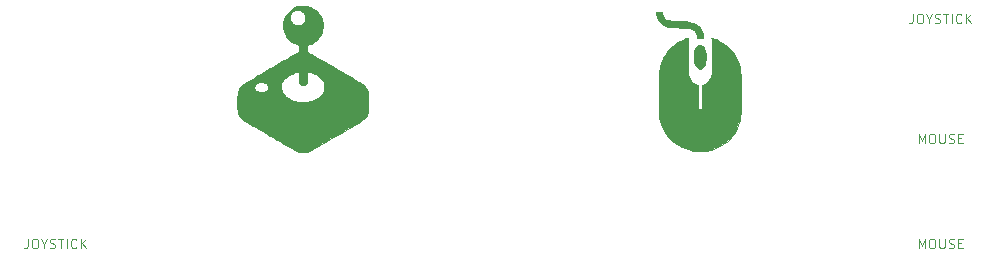
<source format=gto>
%TF.GenerationSoftware,KiCad,Pcbnew,(5.1.8)-1*%
%TF.CreationDate,2021-03-14T22:30:27+01:00*%
%TF.ProjectId,Amiga Mouse Switch Faceplate B1,416d6967-6120-44d6-9f75-736520537769,rev?*%
%TF.SameCoordinates,Original*%
%TF.FileFunction,Legend,Top*%
%TF.FilePolarity,Positive*%
%FSLAX46Y46*%
G04 Gerber Fmt 4.6, Leading zero omitted, Abs format (unit mm)*
G04 Created by KiCad (PCBNEW (5.1.8)-1) date 2021-03-14 22:30:27*
%MOMM*%
%LPD*%
G01*
G04 APERTURE LIST*
%ADD10C,0.100000*%
%ADD11C,0.010000*%
G04 APERTURE END LIST*
D10*
X174841190Y-85921904D02*
X174841190Y-86493333D01*
X174803095Y-86607619D01*
X174726904Y-86683809D01*
X174612619Y-86721904D01*
X174536428Y-86721904D01*
X175374523Y-85921904D02*
X175526904Y-85921904D01*
X175603095Y-85960000D01*
X175679285Y-86036190D01*
X175717380Y-86188571D01*
X175717380Y-86455238D01*
X175679285Y-86607619D01*
X175603095Y-86683809D01*
X175526904Y-86721904D01*
X175374523Y-86721904D01*
X175298333Y-86683809D01*
X175222142Y-86607619D01*
X175184047Y-86455238D01*
X175184047Y-86188571D01*
X175222142Y-86036190D01*
X175298333Y-85960000D01*
X175374523Y-85921904D01*
X176212619Y-86340952D02*
X176212619Y-86721904D01*
X175945952Y-85921904D02*
X176212619Y-86340952D01*
X176479285Y-85921904D01*
X176707857Y-86683809D02*
X176822142Y-86721904D01*
X177012619Y-86721904D01*
X177088809Y-86683809D01*
X177126904Y-86645714D01*
X177165000Y-86569523D01*
X177165000Y-86493333D01*
X177126904Y-86417142D01*
X177088809Y-86379047D01*
X177012619Y-86340952D01*
X176860238Y-86302857D01*
X176784047Y-86264761D01*
X176745952Y-86226666D01*
X176707857Y-86150476D01*
X176707857Y-86074285D01*
X176745952Y-85998095D01*
X176784047Y-85960000D01*
X176860238Y-85921904D01*
X177050714Y-85921904D01*
X177165000Y-85960000D01*
X177393571Y-85921904D02*
X177850714Y-85921904D01*
X177622142Y-86721904D02*
X177622142Y-85921904D01*
X178117380Y-86721904D02*
X178117380Y-85921904D01*
X178955476Y-86645714D02*
X178917380Y-86683809D01*
X178803095Y-86721904D01*
X178726904Y-86721904D01*
X178612619Y-86683809D01*
X178536428Y-86607619D01*
X178498333Y-86531428D01*
X178460238Y-86379047D01*
X178460238Y-86264761D01*
X178498333Y-86112380D01*
X178536428Y-86036190D01*
X178612619Y-85960000D01*
X178726904Y-85921904D01*
X178803095Y-85921904D01*
X178917380Y-85960000D01*
X178955476Y-85998095D01*
X179298333Y-86721904D02*
X179298333Y-85921904D01*
X179755476Y-86721904D02*
X179412619Y-86264761D01*
X179755476Y-85921904D02*
X179298333Y-86379047D01*
X175317380Y-96881904D02*
X175317380Y-96081904D01*
X175584047Y-96653333D01*
X175850714Y-96081904D01*
X175850714Y-96881904D01*
X176384047Y-96081904D02*
X176536428Y-96081904D01*
X176612619Y-96120000D01*
X176688809Y-96196190D01*
X176726904Y-96348571D01*
X176726904Y-96615238D01*
X176688809Y-96767619D01*
X176612619Y-96843809D01*
X176536428Y-96881904D01*
X176384047Y-96881904D01*
X176307857Y-96843809D01*
X176231666Y-96767619D01*
X176193571Y-96615238D01*
X176193571Y-96348571D01*
X176231666Y-96196190D01*
X176307857Y-96120000D01*
X176384047Y-96081904D01*
X177069761Y-96081904D02*
X177069761Y-96729523D01*
X177107857Y-96805714D01*
X177145952Y-96843809D01*
X177222142Y-96881904D01*
X177374523Y-96881904D01*
X177450714Y-96843809D01*
X177488809Y-96805714D01*
X177526904Y-96729523D01*
X177526904Y-96081904D01*
X177869761Y-96843809D02*
X177984047Y-96881904D01*
X178174523Y-96881904D01*
X178250714Y-96843809D01*
X178288809Y-96805714D01*
X178326904Y-96729523D01*
X178326904Y-96653333D01*
X178288809Y-96577142D01*
X178250714Y-96539047D01*
X178174523Y-96500952D01*
X178022142Y-96462857D01*
X177945952Y-96424761D01*
X177907857Y-96386666D01*
X177869761Y-96310476D01*
X177869761Y-96234285D01*
X177907857Y-96158095D01*
X177945952Y-96120000D01*
X178022142Y-96081904D01*
X178212619Y-96081904D01*
X178326904Y-96120000D01*
X178669761Y-96462857D02*
X178936428Y-96462857D01*
X179050714Y-96881904D02*
X178669761Y-96881904D01*
X178669761Y-96081904D01*
X179050714Y-96081904D01*
X175317380Y-105771904D02*
X175317380Y-104971904D01*
X175584047Y-105543333D01*
X175850714Y-104971904D01*
X175850714Y-105771904D01*
X176384047Y-104971904D02*
X176536428Y-104971904D01*
X176612619Y-105010000D01*
X176688809Y-105086190D01*
X176726904Y-105238571D01*
X176726904Y-105505238D01*
X176688809Y-105657619D01*
X176612619Y-105733809D01*
X176536428Y-105771904D01*
X176384047Y-105771904D01*
X176307857Y-105733809D01*
X176231666Y-105657619D01*
X176193571Y-105505238D01*
X176193571Y-105238571D01*
X176231666Y-105086190D01*
X176307857Y-105010000D01*
X176384047Y-104971904D01*
X177069761Y-104971904D02*
X177069761Y-105619523D01*
X177107857Y-105695714D01*
X177145952Y-105733809D01*
X177222142Y-105771904D01*
X177374523Y-105771904D01*
X177450714Y-105733809D01*
X177488809Y-105695714D01*
X177526904Y-105619523D01*
X177526904Y-104971904D01*
X177869761Y-105733809D02*
X177984047Y-105771904D01*
X178174523Y-105771904D01*
X178250714Y-105733809D01*
X178288809Y-105695714D01*
X178326904Y-105619523D01*
X178326904Y-105543333D01*
X178288809Y-105467142D01*
X178250714Y-105429047D01*
X178174523Y-105390952D01*
X178022142Y-105352857D01*
X177945952Y-105314761D01*
X177907857Y-105276666D01*
X177869761Y-105200476D01*
X177869761Y-105124285D01*
X177907857Y-105048095D01*
X177945952Y-105010000D01*
X178022142Y-104971904D01*
X178212619Y-104971904D01*
X178326904Y-105010000D01*
X178669761Y-105352857D02*
X178936428Y-105352857D01*
X179050714Y-105771904D02*
X178669761Y-105771904D01*
X178669761Y-104971904D01*
X179050714Y-104971904D01*
X99911190Y-104971904D02*
X99911190Y-105543333D01*
X99873095Y-105657619D01*
X99796904Y-105733809D01*
X99682619Y-105771904D01*
X99606428Y-105771904D01*
X100444523Y-104971904D02*
X100596904Y-104971904D01*
X100673095Y-105010000D01*
X100749285Y-105086190D01*
X100787380Y-105238571D01*
X100787380Y-105505238D01*
X100749285Y-105657619D01*
X100673095Y-105733809D01*
X100596904Y-105771904D01*
X100444523Y-105771904D01*
X100368333Y-105733809D01*
X100292142Y-105657619D01*
X100254047Y-105505238D01*
X100254047Y-105238571D01*
X100292142Y-105086190D01*
X100368333Y-105010000D01*
X100444523Y-104971904D01*
X101282619Y-105390952D02*
X101282619Y-105771904D01*
X101015952Y-104971904D02*
X101282619Y-105390952D01*
X101549285Y-104971904D01*
X101777857Y-105733809D02*
X101892142Y-105771904D01*
X102082619Y-105771904D01*
X102158809Y-105733809D01*
X102196904Y-105695714D01*
X102235000Y-105619523D01*
X102235000Y-105543333D01*
X102196904Y-105467142D01*
X102158809Y-105429047D01*
X102082619Y-105390952D01*
X101930238Y-105352857D01*
X101854047Y-105314761D01*
X101815952Y-105276666D01*
X101777857Y-105200476D01*
X101777857Y-105124285D01*
X101815952Y-105048095D01*
X101854047Y-105010000D01*
X101930238Y-104971904D01*
X102120714Y-104971904D01*
X102235000Y-105010000D01*
X102463571Y-104971904D02*
X102920714Y-104971904D01*
X102692142Y-105771904D02*
X102692142Y-104971904D01*
X103187380Y-105771904D02*
X103187380Y-104971904D01*
X104025476Y-105695714D02*
X103987380Y-105733809D01*
X103873095Y-105771904D01*
X103796904Y-105771904D01*
X103682619Y-105733809D01*
X103606428Y-105657619D01*
X103568333Y-105581428D01*
X103530238Y-105429047D01*
X103530238Y-105314761D01*
X103568333Y-105162380D01*
X103606428Y-105086190D01*
X103682619Y-105010000D01*
X103796904Y-104971904D01*
X103873095Y-104971904D01*
X103987380Y-105010000D01*
X104025476Y-105048095D01*
X104368333Y-105771904D02*
X104368333Y-104971904D01*
X104825476Y-105771904D02*
X104482619Y-105314761D01*
X104825476Y-104971904D02*
X104368333Y-105429047D01*
D11*
%TO.C,G\u002A\u002A\u002A*%
G36*
X155777596Y-88010856D02*
G01*
X155787281Y-88137169D01*
X155793948Y-88347067D01*
X155797585Y-88640035D01*
X155798182Y-89015560D01*
X155795729Y-89473127D01*
X155795682Y-89478940D01*
X155792809Y-89884688D01*
X155791587Y-90215018D01*
X155792339Y-90479164D01*
X155795385Y-90686366D01*
X155801045Y-90845859D01*
X155809642Y-90966880D01*
X155821496Y-91058667D01*
X155836927Y-91130456D01*
X155855078Y-91188227D01*
X155991767Y-91467692D01*
X156178437Y-91698402D01*
X156401178Y-91863668D01*
X156612167Y-91977384D01*
X156623579Y-92922436D01*
X156629954Y-93273177D01*
X156639636Y-93552510D01*
X156652422Y-93756911D01*
X156668107Y-93882856D01*
X156681679Y-93923744D01*
X156773267Y-93978640D01*
X156877008Y-93968860D01*
X156958664Y-93900556D01*
X156973048Y-93871410D01*
X156985384Y-93797599D01*
X156996250Y-93653456D01*
X157005060Y-93453309D01*
X157011227Y-93211489D01*
X157014168Y-92942325D01*
X157014333Y-92861129D01*
X157014333Y-91959437D01*
X157215417Y-91856383D01*
X157410867Y-91713936D01*
X157584381Y-91506282D01*
X157722575Y-91252448D01*
X157799393Y-91026204D01*
X157818834Y-90935960D01*
X157833856Y-90830779D01*
X157844802Y-90700247D01*
X157852019Y-90533948D01*
X157855852Y-90321468D01*
X157856646Y-90052392D01*
X157854747Y-89716305D01*
X157852034Y-89438704D01*
X157847296Y-89109213D01*
X157840723Y-88804534D01*
X157832723Y-88535653D01*
X157823704Y-88313556D01*
X157814076Y-88149228D01*
X157804245Y-88053654D01*
X157799880Y-88036037D01*
X157783178Y-87983798D01*
X157813904Y-87969043D01*
X157906811Y-87982402D01*
X158005997Y-88012866D01*
X158156263Y-88072967D01*
X158333834Y-88152781D01*
X158449489Y-88208951D01*
X158864648Y-88462051D01*
X159245356Y-88782985D01*
X159579721Y-89158102D01*
X159855854Y-89573751D01*
X160061865Y-90016282D01*
X160087936Y-90089885D01*
X160131616Y-90226311D01*
X160168143Y-90361106D01*
X160198051Y-90502903D01*
X160221876Y-90660335D01*
X160240149Y-90842032D01*
X160253406Y-91056629D01*
X160262181Y-91312757D01*
X160267008Y-91619048D01*
X160268420Y-91984135D01*
X160266952Y-92416651D01*
X160263163Y-92922316D01*
X160259103Y-93371910D01*
X160255201Y-93745373D01*
X160251014Y-94051239D01*
X160246095Y-94298040D01*
X160240001Y-94494310D01*
X160232285Y-94648584D01*
X160222504Y-94769393D01*
X160210212Y-94865273D01*
X160194964Y-94944756D01*
X160176315Y-95016375D01*
X160153820Y-95088665D01*
X160149517Y-95101833D01*
X159940441Y-95614739D01*
X159662909Y-96082024D01*
X159521782Y-96270840D01*
X159178277Y-96644590D01*
X158794414Y-96949888D01*
X158360386Y-97193396D01*
X157903333Y-97370178D01*
X157711997Y-97427362D01*
X157544654Y-97466143D01*
X157373031Y-97490772D01*
X157168854Y-97505499D01*
X156950833Y-97513343D01*
X156728893Y-97517594D01*
X156524586Y-97518256D01*
X156359773Y-97515470D01*
X156256319Y-97509374D01*
X156252333Y-97508879D01*
X156059352Y-97470556D01*
X155819894Y-97404109D01*
X155563219Y-97319258D01*
X155318590Y-97225720D01*
X155115267Y-97133215D01*
X155104428Y-97127600D01*
X154677150Y-96857336D01*
X154297988Y-96522172D01*
X153972918Y-96130642D01*
X153707917Y-95691283D01*
X153508963Y-95212629D01*
X153382033Y-94703216D01*
X153374531Y-94657333D01*
X153360701Y-94528125D01*
X153350036Y-94335116D01*
X153342481Y-94074663D01*
X153337980Y-93743123D01*
X153336478Y-93336853D01*
X153337918Y-92852209D01*
X153340717Y-92456000D01*
X153344841Y-91980531D01*
X153349272Y-91580587D01*
X153355186Y-91247029D01*
X153363760Y-90970719D01*
X153376171Y-90742518D01*
X153393594Y-90553290D01*
X153417205Y-90393895D01*
X153448183Y-90255196D01*
X153487702Y-90128055D01*
X153536939Y-90003333D01*
X153597070Y-89871893D01*
X153669273Y-89724596D01*
X153700401Y-89662000D01*
X153927672Y-89287246D01*
X154221813Y-88930115D01*
X154565931Y-88605763D01*
X154943134Y-88329348D01*
X155336528Y-88116027D01*
X155495180Y-88051561D01*
X155626565Y-88006119D01*
X155727180Y-87976000D01*
X155764902Y-87968643D01*
X155777596Y-88010856D01*
G37*
X155777596Y-88010856D02*
X155787281Y-88137169D01*
X155793948Y-88347067D01*
X155797585Y-88640035D01*
X155798182Y-89015560D01*
X155795729Y-89473127D01*
X155795682Y-89478940D01*
X155792809Y-89884688D01*
X155791587Y-90215018D01*
X155792339Y-90479164D01*
X155795385Y-90686366D01*
X155801045Y-90845859D01*
X155809642Y-90966880D01*
X155821496Y-91058667D01*
X155836927Y-91130456D01*
X155855078Y-91188227D01*
X155991767Y-91467692D01*
X156178437Y-91698402D01*
X156401178Y-91863668D01*
X156612167Y-91977384D01*
X156623579Y-92922436D01*
X156629954Y-93273177D01*
X156639636Y-93552510D01*
X156652422Y-93756911D01*
X156668107Y-93882856D01*
X156681679Y-93923744D01*
X156773267Y-93978640D01*
X156877008Y-93968860D01*
X156958664Y-93900556D01*
X156973048Y-93871410D01*
X156985384Y-93797599D01*
X156996250Y-93653456D01*
X157005060Y-93453309D01*
X157011227Y-93211489D01*
X157014168Y-92942325D01*
X157014333Y-92861129D01*
X157014333Y-91959437D01*
X157215417Y-91856383D01*
X157410867Y-91713936D01*
X157584381Y-91506282D01*
X157722575Y-91252448D01*
X157799393Y-91026204D01*
X157818834Y-90935960D01*
X157833856Y-90830779D01*
X157844802Y-90700247D01*
X157852019Y-90533948D01*
X157855852Y-90321468D01*
X157856646Y-90052392D01*
X157854747Y-89716305D01*
X157852034Y-89438704D01*
X157847296Y-89109213D01*
X157840723Y-88804534D01*
X157832723Y-88535653D01*
X157823704Y-88313556D01*
X157814076Y-88149228D01*
X157804245Y-88053654D01*
X157799880Y-88036037D01*
X157783178Y-87983798D01*
X157813904Y-87969043D01*
X157906811Y-87982402D01*
X158005997Y-88012866D01*
X158156263Y-88072967D01*
X158333834Y-88152781D01*
X158449489Y-88208951D01*
X158864648Y-88462051D01*
X159245356Y-88782985D01*
X159579721Y-89158102D01*
X159855854Y-89573751D01*
X160061865Y-90016282D01*
X160087936Y-90089885D01*
X160131616Y-90226311D01*
X160168143Y-90361106D01*
X160198051Y-90502903D01*
X160221876Y-90660335D01*
X160240149Y-90842032D01*
X160253406Y-91056629D01*
X160262181Y-91312757D01*
X160267008Y-91619048D01*
X160268420Y-91984135D01*
X160266952Y-92416651D01*
X160263163Y-92922316D01*
X160259103Y-93371910D01*
X160255201Y-93745373D01*
X160251014Y-94051239D01*
X160246095Y-94298040D01*
X160240001Y-94494310D01*
X160232285Y-94648584D01*
X160222504Y-94769393D01*
X160210212Y-94865273D01*
X160194964Y-94944756D01*
X160176315Y-95016375D01*
X160153820Y-95088665D01*
X160149517Y-95101833D01*
X159940441Y-95614739D01*
X159662909Y-96082024D01*
X159521782Y-96270840D01*
X159178277Y-96644590D01*
X158794414Y-96949888D01*
X158360386Y-97193396D01*
X157903333Y-97370178D01*
X157711997Y-97427362D01*
X157544654Y-97466143D01*
X157373031Y-97490772D01*
X157168854Y-97505499D01*
X156950833Y-97513343D01*
X156728893Y-97517594D01*
X156524586Y-97518256D01*
X156359773Y-97515470D01*
X156256319Y-97509374D01*
X156252333Y-97508879D01*
X156059352Y-97470556D01*
X155819894Y-97404109D01*
X155563219Y-97319258D01*
X155318590Y-97225720D01*
X155115267Y-97133215D01*
X155104428Y-97127600D01*
X154677150Y-96857336D01*
X154297988Y-96522172D01*
X153972918Y-96130642D01*
X153707917Y-95691283D01*
X153508963Y-95212629D01*
X153382033Y-94703216D01*
X153374531Y-94657333D01*
X153360701Y-94528125D01*
X153350036Y-94335116D01*
X153342481Y-94074663D01*
X153337980Y-93743123D01*
X153336478Y-93336853D01*
X153337918Y-92852209D01*
X153340717Y-92456000D01*
X153344841Y-91980531D01*
X153349272Y-91580587D01*
X153355186Y-91247029D01*
X153363760Y-90970719D01*
X153376171Y-90742518D01*
X153393594Y-90553290D01*
X153417205Y-90393895D01*
X153448183Y-90255196D01*
X153487702Y-90128055D01*
X153536939Y-90003333D01*
X153597070Y-89871893D01*
X153669273Y-89724596D01*
X153700401Y-89662000D01*
X153927672Y-89287246D01*
X154221813Y-88930115D01*
X154565931Y-88605763D01*
X154943134Y-88329348D01*
X155336528Y-88116027D01*
X155495180Y-88051561D01*
X155626565Y-88006119D01*
X155727180Y-87976000D01*
X155764902Y-87968643D01*
X155777596Y-88010856D01*
G36*
X156869207Y-88522360D02*
G01*
X157009874Y-88601648D01*
X157061021Y-88650661D01*
X157188553Y-88841359D01*
X157269185Y-89092420D01*
X157303990Y-89408324D01*
X157302262Y-89657218D01*
X157273735Y-89957832D01*
X157214502Y-90191025D01*
X157119672Y-90370013D01*
X156988639Y-90504665D01*
X156862057Y-90577944D01*
X156746784Y-90578617D01*
X156624468Y-90504413D01*
X156569002Y-90452802D01*
X156424897Y-90249107D01*
X156335320Y-89980966D01*
X156300383Y-89648794D01*
X156303658Y-89454493D01*
X156337468Y-89160510D01*
X156402736Y-88914251D01*
X156494005Y-88721511D01*
X156605812Y-88588086D01*
X156732700Y-88519771D01*
X156869207Y-88522360D01*
G37*
X156869207Y-88522360D02*
X157009874Y-88601648D01*
X157061021Y-88650661D01*
X157188553Y-88841359D01*
X157269185Y-89092420D01*
X157303990Y-89408324D01*
X157302262Y-89657218D01*
X157273735Y-89957832D01*
X157214502Y-90191025D01*
X157119672Y-90370013D01*
X156988639Y-90504665D01*
X156862057Y-90577944D01*
X156746784Y-90578617D01*
X156624468Y-90504413D01*
X156569002Y-90452802D01*
X156424897Y-90249107D01*
X156335320Y-89980966D01*
X156300383Y-89648794D01*
X156303658Y-89454493D01*
X156337468Y-89160510D01*
X156402736Y-88914251D01*
X156494005Y-88721511D01*
X156605812Y-88588086D01*
X156732700Y-88519771D01*
X156869207Y-88522360D01*
G36*
X153622538Y-85951454D02*
G01*
X153688239Y-86144358D01*
X153794025Y-86293248D01*
X153948124Y-86402212D01*
X154158761Y-86475336D01*
X154434164Y-86516706D01*
X154782559Y-86530410D01*
X154787978Y-86530425D01*
X155197357Y-86539654D01*
X155571516Y-86564403D01*
X155897272Y-86603219D01*
X156161439Y-86654647D01*
X156303398Y-86697649D01*
X156574684Y-86841382D01*
X156788784Y-87045729D01*
X156941898Y-87305594D01*
X157030228Y-87615876D01*
X157040108Y-87686262D01*
X157068324Y-87926333D01*
X156558280Y-87926333D01*
X156530178Y-87738934D01*
X156457724Y-87503549D01*
X156322890Y-87313356D01*
X156150622Y-87189777D01*
X156079007Y-87160744D01*
X155988549Y-87137819D01*
X155866438Y-87119577D01*
X155699868Y-87104594D01*
X155476029Y-87091447D01*
X155182113Y-87078711D01*
X155135181Y-87076901D01*
X154859700Y-87064392D01*
X154599176Y-87048891D01*
X154370742Y-87031697D01*
X154191533Y-87014112D01*
X154078683Y-86997434D01*
X154073937Y-86996386D01*
X153815486Y-86911171D01*
X153579201Y-86784922D01*
X153390230Y-86632459D01*
X153323597Y-86554155D01*
X153221902Y-86377057D01*
X153138753Y-86165200D01*
X153087398Y-85956775D01*
X153077333Y-85844316D01*
X153081463Y-85777594D01*
X153107328Y-85741972D01*
X153175145Y-85727695D01*
X153305128Y-85725007D01*
X153324597Y-85725000D01*
X153571860Y-85725000D01*
X153622538Y-85951454D01*
G37*
X153622538Y-85951454D02*
X153688239Y-86144358D01*
X153794025Y-86293248D01*
X153948124Y-86402212D01*
X154158761Y-86475336D01*
X154434164Y-86516706D01*
X154782559Y-86530410D01*
X154787978Y-86530425D01*
X155197357Y-86539654D01*
X155571516Y-86564403D01*
X155897272Y-86603219D01*
X156161439Y-86654647D01*
X156303398Y-86697649D01*
X156574684Y-86841382D01*
X156788784Y-87045729D01*
X156941898Y-87305594D01*
X157030228Y-87615876D01*
X157040108Y-87686262D01*
X157068324Y-87926333D01*
X156558280Y-87926333D01*
X156530178Y-87738934D01*
X156457724Y-87503549D01*
X156322890Y-87313356D01*
X156150622Y-87189777D01*
X156079007Y-87160744D01*
X155988549Y-87137819D01*
X155866438Y-87119577D01*
X155699868Y-87104594D01*
X155476029Y-87091447D01*
X155182113Y-87078711D01*
X155135181Y-87076901D01*
X154859700Y-87064392D01*
X154599176Y-87048891D01*
X154370742Y-87031697D01*
X154191533Y-87014112D01*
X154078683Y-86997434D01*
X154073937Y-86996386D01*
X153815486Y-86911171D01*
X153579201Y-86784922D01*
X153390230Y-86632459D01*
X153323597Y-86554155D01*
X153221902Y-86377057D01*
X153138753Y-86165200D01*
X153087398Y-85956775D01*
X153077333Y-85844316D01*
X153081463Y-85777594D01*
X153107328Y-85741972D01*
X153175145Y-85727695D01*
X153305128Y-85725007D01*
X153324597Y-85725000D01*
X153571860Y-85725000D01*
X153622538Y-85951454D01*
G36*
X123279646Y-85224688D02*
G01*
X123382271Y-85230241D01*
X123471109Y-85240202D01*
X123507500Y-85246727D01*
X123713234Y-85301974D01*
X123904687Y-85378129D01*
X124082404Y-85475477D01*
X124246932Y-85594302D01*
X124349991Y-85686006D01*
X124494730Y-85842430D01*
X124617591Y-86011550D01*
X124718237Y-86192765D01*
X124796330Y-86385475D01*
X124848730Y-86575900D01*
X124860800Y-86651871D01*
X124868907Y-86745353D01*
X124873031Y-86849161D01*
X124873155Y-86956108D01*
X124869260Y-87059008D01*
X124861328Y-87150675D01*
X124850371Y-87219273D01*
X124794638Y-87424126D01*
X124718846Y-87613905D01*
X124622185Y-87790111D01*
X124503843Y-87954247D01*
X124378143Y-88092873D01*
X124221997Y-88233015D01*
X124057726Y-88349568D01*
X123883848Y-88443456D01*
X123705043Y-88513607D01*
X123637490Y-88537552D01*
X123593669Y-88557630D01*
X123572308Y-88574451D01*
X123570332Y-88578208D01*
X123567529Y-88597435D01*
X123564453Y-88637966D01*
X123561318Y-88695709D01*
X123558334Y-88766572D01*
X123555715Y-88846466D01*
X123554943Y-88875030D01*
X123547959Y-89148510D01*
X123689654Y-89220409D01*
X123743170Y-89248441D01*
X123815886Y-89287900D01*
X123906475Y-89338012D01*
X124013612Y-89398002D01*
X124135971Y-89467096D01*
X124272228Y-89544520D01*
X124421056Y-89629497D01*
X124581131Y-89721255D01*
X124751126Y-89819019D01*
X124929717Y-89922013D01*
X125115577Y-90029464D01*
X125307382Y-90140597D01*
X125503805Y-90254637D01*
X125703522Y-90370810D01*
X125905207Y-90488342D01*
X126107534Y-90606457D01*
X126309177Y-90724381D01*
X126508813Y-90841340D01*
X126705114Y-90956559D01*
X126896756Y-91069264D01*
X127082412Y-91178680D01*
X127260758Y-91284032D01*
X127430469Y-91384547D01*
X127590217Y-91479448D01*
X127738679Y-91567963D01*
X127874529Y-91649316D01*
X127996440Y-91722733D01*
X128103089Y-91787439D01*
X128193148Y-91842660D01*
X128265293Y-91887621D01*
X128318198Y-91921548D01*
X128350538Y-91943665D01*
X128352550Y-91945167D01*
X128418507Y-92005569D01*
X128486197Y-92088583D01*
X128556203Y-92195021D01*
X128629106Y-92325697D01*
X128638315Y-92343509D01*
X128727200Y-92516769D01*
X128727200Y-93389104D01*
X128727199Y-94261440D01*
X128657816Y-94396945D01*
X128595764Y-94511640D01*
X128533151Y-94615172D01*
X128472507Y-94703689D01*
X128416362Y-94773341D01*
X128397463Y-94793332D01*
X128365516Y-94820349D01*
X128311689Y-94859329D01*
X128235957Y-94910287D01*
X128138297Y-94973238D01*
X128018684Y-95048195D01*
X127877095Y-95135172D01*
X127713506Y-95234184D01*
X127527891Y-95345245D01*
X127320229Y-95468369D01*
X127090493Y-95603571D01*
X126838661Y-95750864D01*
X126564708Y-95910263D01*
X126268610Y-96081782D01*
X125950344Y-96265435D01*
X125609884Y-96461236D01*
X125247208Y-96669200D01*
X124862292Y-96889342D01*
X124631450Y-97021119D01*
X124457448Y-97120371D01*
X124304057Y-97207806D01*
X124169834Y-97284208D01*
X124053336Y-97350360D01*
X123953120Y-97407045D01*
X123867741Y-97455047D01*
X123795756Y-97495148D01*
X123735722Y-97528132D01*
X123686196Y-97554782D01*
X123645734Y-97575880D01*
X123612893Y-97592211D01*
X123586230Y-97604558D01*
X123564300Y-97613703D01*
X123545661Y-97620430D01*
X123528870Y-97625521D01*
X123512482Y-97629761D01*
X123507500Y-97630967D01*
X123452324Y-97640598D01*
X123379014Y-97648332D01*
X123294781Y-97653892D01*
X123206840Y-97657003D01*
X123122404Y-97657388D01*
X123048685Y-97654774D01*
X123001949Y-97650290D01*
X122922245Y-97636253D01*
X122849280Y-97616511D01*
X122775485Y-97588358D01*
X122693294Y-97549087D01*
X122640349Y-97520998D01*
X122569754Y-97482149D01*
X122478954Y-97431498D01*
X122369684Y-97370040D01*
X122243679Y-97298772D01*
X122102674Y-97218688D01*
X121948405Y-97130784D01*
X121782607Y-97036057D01*
X121607014Y-96935501D01*
X121423362Y-96830113D01*
X121233387Y-96720887D01*
X121038823Y-96608820D01*
X120841405Y-96494907D01*
X120642869Y-96380144D01*
X120444950Y-96265526D01*
X120249382Y-96152050D01*
X120057902Y-96040710D01*
X119888000Y-95941696D01*
X119635540Y-95794294D01*
X119404411Y-95659115D01*
X119193911Y-95535742D01*
X119003342Y-95423755D01*
X118832003Y-95322735D01*
X118679194Y-95232263D01*
X118544216Y-95151919D01*
X118426368Y-95081286D01*
X118324952Y-95019943D01*
X118239266Y-94967472D01*
X118168611Y-94923453D01*
X118112288Y-94887467D01*
X118069595Y-94859097D01*
X118039835Y-94837921D01*
X118025460Y-94826404D01*
X117954041Y-94752972D01*
X117883185Y-94660512D01*
X117816750Y-94555182D01*
X117758596Y-94443140D01*
X117712582Y-94330544D01*
X117709984Y-94323001D01*
X117697730Y-94285361D01*
X117687238Y-94248445D01*
X117678400Y-94210080D01*
X117671107Y-94168090D01*
X117665250Y-94120301D01*
X117660720Y-94064538D01*
X117657407Y-93998628D01*
X117655204Y-93920395D01*
X117654001Y-93827666D01*
X117653690Y-93718266D01*
X117654160Y-93590020D01*
X117655305Y-93440754D01*
X117657013Y-93268294D01*
X117657038Y-93265992D01*
X117664936Y-92520234D01*
X117742938Y-92364292D01*
X117807550Y-92241408D01*
X117867554Y-92140829D01*
X117884013Y-92117531D01*
X119075200Y-92117531D01*
X119087534Y-92201807D01*
X119123466Y-92281101D01*
X119181390Y-92353581D01*
X119259701Y-92417414D01*
X119356792Y-92470768D01*
X119400634Y-92488806D01*
X119516429Y-92520957D01*
X119642516Y-92536087D01*
X119769987Y-92533802D01*
X119889931Y-92513707D01*
X119900317Y-92510938D01*
X119988488Y-92480339D01*
X120062546Y-92439080D01*
X120132371Y-92382048D01*
X120200261Y-92304810D01*
X120243949Y-92224503D01*
X120264122Y-92143130D01*
X120261469Y-92062693D01*
X120236675Y-91985194D01*
X120190428Y-91912636D01*
X120123415Y-91847021D01*
X120073665Y-91814650D01*
X121380250Y-91814650D01*
X121380275Y-92094050D01*
X121380426Y-92186238D01*
X121381088Y-92257062D01*
X121382603Y-92310556D01*
X121385313Y-92350754D01*
X121389558Y-92381691D01*
X121395681Y-92407401D01*
X121404024Y-92431919D01*
X121410214Y-92447682D01*
X121457027Y-92541901D01*
X121522702Y-92642576D01*
X121603234Y-92745098D01*
X121694620Y-92844860D01*
X121792858Y-92937253D01*
X121893945Y-93017670D01*
X121922971Y-93037924D01*
X122067276Y-93126270D01*
X122222379Y-93204950D01*
X122382337Y-93271596D01*
X122541205Y-93323843D01*
X122693039Y-93359322D01*
X122753561Y-93368690D01*
X122800033Y-93372739D01*
X122867202Y-93376007D01*
X122950379Y-93378485D01*
X123044872Y-93380167D01*
X123145993Y-93381046D01*
X123249049Y-93381114D01*
X123349352Y-93380365D01*
X123442210Y-93378792D01*
X123522934Y-93376386D01*
X123586832Y-93373142D01*
X123622133Y-93370005D01*
X123783543Y-93340740D01*
X123952564Y-93292358D01*
X124123185Y-93227183D01*
X124289399Y-93147541D01*
X124445196Y-93055755D01*
X124460136Y-93045888D01*
X124559768Y-92971659D01*
X124658457Y-92883897D01*
X124752216Y-92787168D01*
X124837058Y-92686039D01*
X124908994Y-92585077D01*
X124964037Y-92488849D01*
X124982485Y-92447682D01*
X124992317Y-92421948D01*
X124999726Y-92397436D01*
X125005054Y-92370109D01*
X125008641Y-92335935D01*
X125010829Y-92290877D01*
X125011960Y-92230902D01*
X125012376Y-92151974D01*
X125012424Y-92094050D01*
X125012450Y-91814650D01*
X124957928Y-91701165D01*
X124871662Y-91550685D01*
X124762446Y-91410015D01*
X124631073Y-91279935D01*
X124478333Y-91161228D01*
X124305020Y-91054677D01*
X124301250Y-91052621D01*
X124224460Y-91014000D01*
X124137555Y-90975543D01*
X124045039Y-90938756D01*
X123951419Y-90905145D01*
X123861199Y-90876216D01*
X123778884Y-90853474D01*
X123708980Y-90838425D01*
X123655991Y-90832576D01*
X123643746Y-90832863D01*
X123621154Y-90835208D01*
X123602782Y-90840270D01*
X123588111Y-90850509D01*
X123576619Y-90868385D01*
X123567788Y-90896360D01*
X123561095Y-90936893D01*
X123556022Y-90992445D01*
X123552048Y-91065475D01*
X123548653Y-91158446D01*
X123545316Y-91273816D01*
X123544550Y-91302003D01*
X123541453Y-91401837D01*
X123537794Y-91495656D01*
X123533770Y-91579842D01*
X123529582Y-91650781D01*
X123525427Y-91704857D01*
X123521506Y-91738452D01*
X123520192Y-91744826D01*
X123489454Y-91810648D01*
X123434979Y-91869800D01*
X123365499Y-91916930D01*
X123326590Y-91936593D01*
X123291932Y-91947926D01*
X123251638Y-91953115D01*
X123196350Y-91954350D01*
X123140691Y-91953092D01*
X123100481Y-91947863D01*
X123065829Y-91936472D01*
X123027200Y-91916930D01*
X122952238Y-91865094D01*
X122899844Y-91805584D01*
X122872629Y-91745281D01*
X122868848Y-91720031D01*
X122864725Y-91673003D01*
X122860463Y-91607813D01*
X122856266Y-91528077D01*
X122852336Y-91437411D01*
X122848878Y-91339431D01*
X122847808Y-91303790D01*
X122844596Y-91205083D01*
X122840869Y-91113299D01*
X122836827Y-91031870D01*
X122832664Y-90964226D01*
X122828579Y-90913797D01*
X122824768Y-90884017D01*
X122823421Y-90878797D01*
X122809790Y-90852466D01*
X122790679Y-90834695D01*
X122763303Y-90825617D01*
X122724877Y-90825363D01*
X122672617Y-90834068D01*
X122603737Y-90851862D01*
X122515454Y-90878881D01*
X122462899Y-90895978D01*
X122249416Y-90977108D01*
X122056055Y-91073242D01*
X121882184Y-91184740D01*
X121727170Y-91311961D01*
X121718645Y-91319924D01*
X121608980Y-91433788D01*
X121519642Y-91551240D01*
X121445735Y-91678857D01*
X121434771Y-91701165D01*
X121380250Y-91814650D01*
X120073665Y-91814650D01*
X120036322Y-91790352D01*
X119929838Y-91744632D01*
X119911608Y-91738643D01*
X119778386Y-91707886D01*
X119646606Y-91699222D01*
X119519300Y-91712083D01*
X119399504Y-91745900D01*
X119290252Y-91800106D01*
X119196186Y-91872605D01*
X119136261Y-91937599D01*
X119098008Y-92000647D01*
X119078771Y-92067120D01*
X119075200Y-92117531D01*
X117884013Y-92117531D01*
X117924505Y-92060218D01*
X117979955Y-91997238D01*
X117999237Y-91978981D01*
X118025724Y-91958354D01*
X118071317Y-91926967D01*
X118136234Y-91884688D01*
X118220693Y-91831388D01*
X118324912Y-91766936D01*
X118449109Y-91691201D01*
X118593502Y-91604051D01*
X118758308Y-91505358D01*
X118943746Y-91394990D01*
X119150033Y-91272816D01*
X119377388Y-91138706D01*
X119626028Y-90992529D01*
X119896171Y-90834155D01*
X120188035Y-90663453D01*
X120396000Y-90542029D01*
X120671422Y-90381481D01*
X120932837Y-90229420D01*
X121179624Y-90086203D01*
X121411160Y-89952185D01*
X121626826Y-89827720D01*
X121826001Y-89713164D01*
X122008062Y-89608873D01*
X122172389Y-89515202D01*
X122318361Y-89432506D01*
X122445356Y-89361140D01*
X122552754Y-89301460D01*
X122639934Y-89253821D01*
X122706274Y-89218578D01*
X122736259Y-89203310D01*
X122844957Y-89149402D01*
X122839126Y-88907226D01*
X122836386Y-88803429D01*
X122833538Y-88722196D01*
X122830262Y-88660692D01*
X122826239Y-88616080D01*
X122821147Y-88585526D01*
X122814666Y-88566193D01*
X122806477Y-88555247D01*
X122798865Y-88550774D01*
X122777900Y-88542830D01*
X122739593Y-88528633D01*
X122690475Y-88510598D01*
X122662520Y-88500391D01*
X122463716Y-88415453D01*
X122281414Y-88311686D01*
X122116159Y-88189509D01*
X121968496Y-88049341D01*
X121838972Y-87891601D01*
X121804037Y-87841370D01*
X121722554Y-87709868D01*
X121657397Y-87581370D01*
X121604624Y-87446927D01*
X121560290Y-87297588D01*
X121554579Y-87275166D01*
X121542105Y-87222800D01*
X121533111Y-87176757D01*
X121527028Y-87130975D01*
X121523287Y-87079394D01*
X121521316Y-87015950D01*
X121520547Y-86934582D01*
X121520479Y-86912450D01*
X121521286Y-86804480D01*
X121524862Y-86715171D01*
X121532111Y-86637853D01*
X121543936Y-86565855D01*
X121561241Y-86492508D01*
X121584930Y-86411141D01*
X121591009Y-86391750D01*
X121657185Y-86218589D01*
X121658588Y-86215938D01*
X122067285Y-86215938D01*
X122075443Y-86332182D01*
X122107554Y-86446939D01*
X122163613Y-86558238D01*
X122243614Y-86664106D01*
X122276792Y-86699036D01*
X122380278Y-86787222D01*
X122488992Y-86851285D01*
X122602011Y-86890938D01*
X122718414Y-86905894D01*
X122837279Y-86895866D01*
X122878561Y-86886591D01*
X123005599Y-86841248D01*
X123118067Y-86775113D01*
X123216266Y-86687983D01*
X123267543Y-86626766D01*
X123337130Y-86515554D01*
X123381683Y-86400431D01*
X123401136Y-86282143D01*
X123395425Y-86161439D01*
X123364483Y-86039066D01*
X123326622Y-85950497D01*
X123257714Y-85838474D01*
X123173366Y-85744364D01*
X123076085Y-85669360D01*
X122968378Y-85614657D01*
X122852751Y-85581451D01*
X122731710Y-85570935D01*
X122607763Y-85584304D01*
X122574494Y-85592067D01*
X122490534Y-85620130D01*
X122414140Y-85660127D01*
X122338826Y-85716019D01*
X122274288Y-85775541D01*
X122186581Y-85878009D01*
X122122848Y-85986879D01*
X122083085Y-86100180D01*
X122067285Y-86215938D01*
X121658588Y-86215938D01*
X121743404Y-86055686D01*
X121851357Y-85900322D01*
X121982732Y-85749777D01*
X122002429Y-85729600D01*
X122160374Y-85586708D01*
X122329253Y-85466308D01*
X122508320Y-85368812D01*
X122696825Y-85294630D01*
X122881708Y-85246574D01*
X122964264Y-85234484D01*
X123063120Y-85226807D01*
X123170755Y-85223542D01*
X123279646Y-85224688D01*
G37*
X123279646Y-85224688D02*
X123382271Y-85230241D01*
X123471109Y-85240202D01*
X123507500Y-85246727D01*
X123713234Y-85301974D01*
X123904687Y-85378129D01*
X124082404Y-85475477D01*
X124246932Y-85594302D01*
X124349991Y-85686006D01*
X124494730Y-85842430D01*
X124617591Y-86011550D01*
X124718237Y-86192765D01*
X124796330Y-86385475D01*
X124848730Y-86575900D01*
X124860800Y-86651871D01*
X124868907Y-86745353D01*
X124873031Y-86849161D01*
X124873155Y-86956108D01*
X124869260Y-87059008D01*
X124861328Y-87150675D01*
X124850371Y-87219273D01*
X124794638Y-87424126D01*
X124718846Y-87613905D01*
X124622185Y-87790111D01*
X124503843Y-87954247D01*
X124378143Y-88092873D01*
X124221997Y-88233015D01*
X124057726Y-88349568D01*
X123883848Y-88443456D01*
X123705043Y-88513607D01*
X123637490Y-88537552D01*
X123593669Y-88557630D01*
X123572308Y-88574451D01*
X123570332Y-88578208D01*
X123567529Y-88597435D01*
X123564453Y-88637966D01*
X123561318Y-88695709D01*
X123558334Y-88766572D01*
X123555715Y-88846466D01*
X123554943Y-88875030D01*
X123547959Y-89148510D01*
X123689654Y-89220409D01*
X123743170Y-89248441D01*
X123815886Y-89287900D01*
X123906475Y-89338012D01*
X124013612Y-89398002D01*
X124135971Y-89467096D01*
X124272228Y-89544520D01*
X124421056Y-89629497D01*
X124581131Y-89721255D01*
X124751126Y-89819019D01*
X124929717Y-89922013D01*
X125115577Y-90029464D01*
X125307382Y-90140597D01*
X125503805Y-90254637D01*
X125703522Y-90370810D01*
X125905207Y-90488342D01*
X126107534Y-90606457D01*
X126309177Y-90724381D01*
X126508813Y-90841340D01*
X126705114Y-90956559D01*
X126896756Y-91069264D01*
X127082412Y-91178680D01*
X127260758Y-91284032D01*
X127430469Y-91384547D01*
X127590217Y-91479448D01*
X127738679Y-91567963D01*
X127874529Y-91649316D01*
X127996440Y-91722733D01*
X128103089Y-91787439D01*
X128193148Y-91842660D01*
X128265293Y-91887621D01*
X128318198Y-91921548D01*
X128350538Y-91943665D01*
X128352550Y-91945167D01*
X128418507Y-92005569D01*
X128486197Y-92088583D01*
X128556203Y-92195021D01*
X128629106Y-92325697D01*
X128638315Y-92343509D01*
X128727200Y-92516769D01*
X128727200Y-93389104D01*
X128727199Y-94261440D01*
X128657816Y-94396945D01*
X128595764Y-94511640D01*
X128533151Y-94615172D01*
X128472507Y-94703689D01*
X128416362Y-94773341D01*
X128397463Y-94793332D01*
X128365516Y-94820349D01*
X128311689Y-94859329D01*
X128235957Y-94910287D01*
X128138297Y-94973238D01*
X128018684Y-95048195D01*
X127877095Y-95135172D01*
X127713506Y-95234184D01*
X127527891Y-95345245D01*
X127320229Y-95468369D01*
X127090493Y-95603571D01*
X126838661Y-95750864D01*
X126564708Y-95910263D01*
X126268610Y-96081782D01*
X125950344Y-96265435D01*
X125609884Y-96461236D01*
X125247208Y-96669200D01*
X124862292Y-96889342D01*
X124631450Y-97021119D01*
X124457448Y-97120371D01*
X124304057Y-97207806D01*
X124169834Y-97284208D01*
X124053336Y-97350360D01*
X123953120Y-97407045D01*
X123867741Y-97455047D01*
X123795756Y-97495148D01*
X123735722Y-97528132D01*
X123686196Y-97554782D01*
X123645734Y-97575880D01*
X123612893Y-97592211D01*
X123586230Y-97604558D01*
X123564300Y-97613703D01*
X123545661Y-97620430D01*
X123528870Y-97625521D01*
X123512482Y-97629761D01*
X123507500Y-97630967D01*
X123452324Y-97640598D01*
X123379014Y-97648332D01*
X123294781Y-97653892D01*
X123206840Y-97657003D01*
X123122404Y-97657388D01*
X123048685Y-97654774D01*
X123001949Y-97650290D01*
X122922245Y-97636253D01*
X122849280Y-97616511D01*
X122775485Y-97588358D01*
X122693294Y-97549087D01*
X122640349Y-97520998D01*
X122569754Y-97482149D01*
X122478954Y-97431498D01*
X122369684Y-97370040D01*
X122243679Y-97298772D01*
X122102674Y-97218688D01*
X121948405Y-97130784D01*
X121782607Y-97036057D01*
X121607014Y-96935501D01*
X121423362Y-96830113D01*
X121233387Y-96720887D01*
X121038823Y-96608820D01*
X120841405Y-96494907D01*
X120642869Y-96380144D01*
X120444950Y-96265526D01*
X120249382Y-96152050D01*
X120057902Y-96040710D01*
X119888000Y-95941696D01*
X119635540Y-95794294D01*
X119404411Y-95659115D01*
X119193911Y-95535742D01*
X119003342Y-95423755D01*
X118832003Y-95322735D01*
X118679194Y-95232263D01*
X118544216Y-95151919D01*
X118426368Y-95081286D01*
X118324952Y-95019943D01*
X118239266Y-94967472D01*
X118168611Y-94923453D01*
X118112288Y-94887467D01*
X118069595Y-94859097D01*
X118039835Y-94837921D01*
X118025460Y-94826404D01*
X117954041Y-94752972D01*
X117883185Y-94660512D01*
X117816750Y-94555182D01*
X117758596Y-94443140D01*
X117712582Y-94330544D01*
X117709984Y-94323001D01*
X117697730Y-94285361D01*
X117687238Y-94248445D01*
X117678400Y-94210080D01*
X117671107Y-94168090D01*
X117665250Y-94120301D01*
X117660720Y-94064538D01*
X117657407Y-93998628D01*
X117655204Y-93920395D01*
X117654001Y-93827666D01*
X117653690Y-93718266D01*
X117654160Y-93590020D01*
X117655305Y-93440754D01*
X117657013Y-93268294D01*
X117657038Y-93265992D01*
X117664936Y-92520234D01*
X117742938Y-92364292D01*
X117807550Y-92241408D01*
X117867554Y-92140829D01*
X117884013Y-92117531D01*
X119075200Y-92117531D01*
X119087534Y-92201807D01*
X119123466Y-92281101D01*
X119181390Y-92353581D01*
X119259701Y-92417414D01*
X119356792Y-92470768D01*
X119400634Y-92488806D01*
X119516429Y-92520957D01*
X119642516Y-92536087D01*
X119769987Y-92533802D01*
X119889931Y-92513707D01*
X119900317Y-92510938D01*
X119988488Y-92480339D01*
X120062546Y-92439080D01*
X120132371Y-92382048D01*
X120200261Y-92304810D01*
X120243949Y-92224503D01*
X120264122Y-92143130D01*
X120261469Y-92062693D01*
X120236675Y-91985194D01*
X120190428Y-91912636D01*
X120123415Y-91847021D01*
X120073665Y-91814650D01*
X121380250Y-91814650D01*
X121380275Y-92094050D01*
X121380426Y-92186238D01*
X121381088Y-92257062D01*
X121382603Y-92310556D01*
X121385313Y-92350754D01*
X121389558Y-92381691D01*
X121395681Y-92407401D01*
X121404024Y-92431919D01*
X121410214Y-92447682D01*
X121457027Y-92541901D01*
X121522702Y-92642576D01*
X121603234Y-92745098D01*
X121694620Y-92844860D01*
X121792858Y-92937253D01*
X121893945Y-93017670D01*
X121922971Y-93037924D01*
X122067276Y-93126270D01*
X122222379Y-93204950D01*
X122382337Y-93271596D01*
X122541205Y-93323843D01*
X122693039Y-93359322D01*
X122753561Y-93368690D01*
X122800033Y-93372739D01*
X122867202Y-93376007D01*
X122950379Y-93378485D01*
X123044872Y-93380167D01*
X123145993Y-93381046D01*
X123249049Y-93381114D01*
X123349352Y-93380365D01*
X123442210Y-93378792D01*
X123522934Y-93376386D01*
X123586832Y-93373142D01*
X123622133Y-93370005D01*
X123783543Y-93340740D01*
X123952564Y-93292358D01*
X124123185Y-93227183D01*
X124289399Y-93147541D01*
X124445196Y-93055755D01*
X124460136Y-93045888D01*
X124559768Y-92971659D01*
X124658457Y-92883897D01*
X124752216Y-92787168D01*
X124837058Y-92686039D01*
X124908994Y-92585077D01*
X124964037Y-92488849D01*
X124982485Y-92447682D01*
X124992317Y-92421948D01*
X124999726Y-92397436D01*
X125005054Y-92370109D01*
X125008641Y-92335935D01*
X125010829Y-92290877D01*
X125011960Y-92230902D01*
X125012376Y-92151974D01*
X125012424Y-92094050D01*
X125012450Y-91814650D01*
X124957928Y-91701165D01*
X124871662Y-91550685D01*
X124762446Y-91410015D01*
X124631073Y-91279935D01*
X124478333Y-91161228D01*
X124305020Y-91054677D01*
X124301250Y-91052621D01*
X124224460Y-91014000D01*
X124137555Y-90975543D01*
X124045039Y-90938756D01*
X123951419Y-90905145D01*
X123861199Y-90876216D01*
X123778884Y-90853474D01*
X123708980Y-90838425D01*
X123655991Y-90832576D01*
X123643746Y-90832863D01*
X123621154Y-90835208D01*
X123602782Y-90840270D01*
X123588111Y-90850509D01*
X123576619Y-90868385D01*
X123567788Y-90896360D01*
X123561095Y-90936893D01*
X123556022Y-90992445D01*
X123552048Y-91065475D01*
X123548653Y-91158446D01*
X123545316Y-91273816D01*
X123544550Y-91302003D01*
X123541453Y-91401837D01*
X123537794Y-91495656D01*
X123533770Y-91579842D01*
X123529582Y-91650781D01*
X123525427Y-91704857D01*
X123521506Y-91738452D01*
X123520192Y-91744826D01*
X123489454Y-91810648D01*
X123434979Y-91869800D01*
X123365499Y-91916930D01*
X123326590Y-91936593D01*
X123291932Y-91947926D01*
X123251638Y-91953115D01*
X123196350Y-91954350D01*
X123140691Y-91953092D01*
X123100481Y-91947863D01*
X123065829Y-91936472D01*
X123027200Y-91916930D01*
X122952238Y-91865094D01*
X122899844Y-91805584D01*
X122872629Y-91745281D01*
X122868848Y-91720031D01*
X122864725Y-91673003D01*
X122860463Y-91607813D01*
X122856266Y-91528077D01*
X122852336Y-91437411D01*
X122848878Y-91339431D01*
X122847808Y-91303790D01*
X122844596Y-91205083D01*
X122840869Y-91113299D01*
X122836827Y-91031870D01*
X122832664Y-90964226D01*
X122828579Y-90913797D01*
X122824768Y-90884017D01*
X122823421Y-90878797D01*
X122809790Y-90852466D01*
X122790679Y-90834695D01*
X122763303Y-90825617D01*
X122724877Y-90825363D01*
X122672617Y-90834068D01*
X122603737Y-90851862D01*
X122515454Y-90878881D01*
X122462899Y-90895978D01*
X122249416Y-90977108D01*
X122056055Y-91073242D01*
X121882184Y-91184740D01*
X121727170Y-91311961D01*
X121718645Y-91319924D01*
X121608980Y-91433788D01*
X121519642Y-91551240D01*
X121445735Y-91678857D01*
X121434771Y-91701165D01*
X121380250Y-91814650D01*
X120073665Y-91814650D01*
X120036322Y-91790352D01*
X119929838Y-91744632D01*
X119911608Y-91738643D01*
X119778386Y-91707886D01*
X119646606Y-91699222D01*
X119519300Y-91712083D01*
X119399504Y-91745900D01*
X119290252Y-91800106D01*
X119196186Y-91872605D01*
X119136261Y-91937599D01*
X119098008Y-92000647D01*
X119078771Y-92067120D01*
X119075200Y-92117531D01*
X117884013Y-92117531D01*
X117924505Y-92060218D01*
X117979955Y-91997238D01*
X117999237Y-91978981D01*
X118025724Y-91958354D01*
X118071317Y-91926967D01*
X118136234Y-91884688D01*
X118220693Y-91831388D01*
X118324912Y-91766936D01*
X118449109Y-91691201D01*
X118593502Y-91604051D01*
X118758308Y-91505358D01*
X118943746Y-91394990D01*
X119150033Y-91272816D01*
X119377388Y-91138706D01*
X119626028Y-90992529D01*
X119896171Y-90834155D01*
X120188035Y-90663453D01*
X120396000Y-90542029D01*
X120671422Y-90381481D01*
X120932837Y-90229420D01*
X121179624Y-90086203D01*
X121411160Y-89952185D01*
X121626826Y-89827720D01*
X121826001Y-89713164D01*
X122008062Y-89608873D01*
X122172389Y-89515202D01*
X122318361Y-89432506D01*
X122445356Y-89361140D01*
X122552754Y-89301460D01*
X122639934Y-89253821D01*
X122706274Y-89218578D01*
X122736259Y-89203310D01*
X122844957Y-89149402D01*
X122839126Y-88907226D01*
X122836386Y-88803429D01*
X122833538Y-88722196D01*
X122830262Y-88660692D01*
X122826239Y-88616080D01*
X122821147Y-88585526D01*
X122814666Y-88566193D01*
X122806477Y-88555247D01*
X122798865Y-88550774D01*
X122777900Y-88542830D01*
X122739593Y-88528633D01*
X122690475Y-88510598D01*
X122662520Y-88500391D01*
X122463716Y-88415453D01*
X122281414Y-88311686D01*
X122116159Y-88189509D01*
X121968496Y-88049341D01*
X121838972Y-87891601D01*
X121804037Y-87841370D01*
X121722554Y-87709868D01*
X121657397Y-87581370D01*
X121604624Y-87446927D01*
X121560290Y-87297588D01*
X121554579Y-87275166D01*
X121542105Y-87222800D01*
X121533111Y-87176757D01*
X121527028Y-87130975D01*
X121523287Y-87079394D01*
X121521316Y-87015950D01*
X121520547Y-86934582D01*
X121520479Y-86912450D01*
X121521286Y-86804480D01*
X121524862Y-86715171D01*
X121532111Y-86637853D01*
X121543936Y-86565855D01*
X121561241Y-86492508D01*
X121584930Y-86411141D01*
X121591009Y-86391750D01*
X121657185Y-86218589D01*
X121658588Y-86215938D01*
X122067285Y-86215938D01*
X122075443Y-86332182D01*
X122107554Y-86446939D01*
X122163613Y-86558238D01*
X122243614Y-86664106D01*
X122276792Y-86699036D01*
X122380278Y-86787222D01*
X122488992Y-86851285D01*
X122602011Y-86890938D01*
X122718414Y-86905894D01*
X122837279Y-86895866D01*
X122878561Y-86886591D01*
X123005599Y-86841248D01*
X123118067Y-86775113D01*
X123216266Y-86687983D01*
X123267543Y-86626766D01*
X123337130Y-86515554D01*
X123381683Y-86400431D01*
X123401136Y-86282143D01*
X123395425Y-86161439D01*
X123364483Y-86039066D01*
X123326622Y-85950497D01*
X123257714Y-85838474D01*
X123173366Y-85744364D01*
X123076085Y-85669360D01*
X122968378Y-85614657D01*
X122852751Y-85581451D01*
X122731710Y-85570935D01*
X122607763Y-85584304D01*
X122574494Y-85592067D01*
X122490534Y-85620130D01*
X122414140Y-85660127D01*
X122338826Y-85716019D01*
X122274288Y-85775541D01*
X122186581Y-85878009D01*
X122122848Y-85986879D01*
X122083085Y-86100180D01*
X122067285Y-86215938D01*
X121658588Y-86215938D01*
X121743404Y-86055686D01*
X121851357Y-85900322D01*
X121982732Y-85749777D01*
X122002429Y-85729600D01*
X122160374Y-85586708D01*
X122329253Y-85466308D01*
X122508320Y-85368812D01*
X122696825Y-85294630D01*
X122881708Y-85246574D01*
X122964264Y-85234484D01*
X123063120Y-85226807D01*
X123170755Y-85223542D01*
X123279646Y-85224688D01*
%TD*%
M02*

</source>
